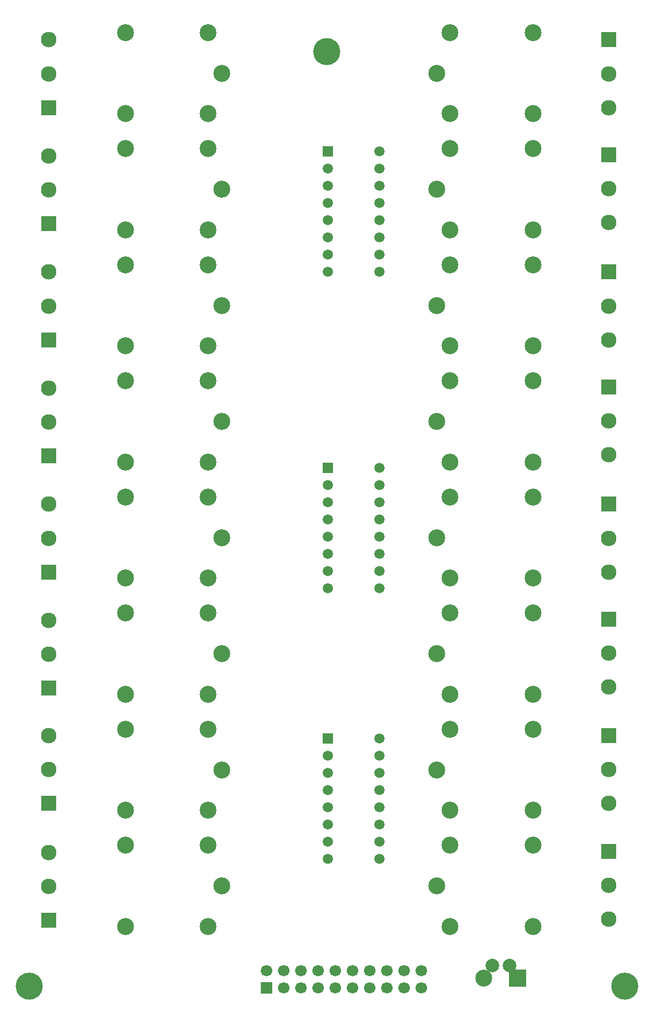
<source format=gts>
G04 DipTrace 3.0.0.1*
G04 relayboard.GTS*
%MOIN*%
G04 #@! TF.FileFunction,Soldermask,Top*
G04 #@! TF.Part,Single*
%ADD16C,0.098425*%
%ADD21R,0.090551X0.090551*%
%ADD22C,0.090551*%
%ADD23R,0.098425X0.098425*%
%ADD24C,0.098425*%
%ADD25C,0.07874*%
%ADD26C,0.066929*%
%ADD27R,0.066929X0.066929*%
%ADD28R,0.059055X0.059055*%
%ADD29C,0.059055*%
%ADD32C,0.15748*%
%FSLAX26Y26*%
G04*
G70*
G90*
G75*
G01*
G04 TopMask*
%LPD*%
D32*
X1970374Y5669291D3*
X238091Y236220D3*
X3702657D3*
D21*
X352461Y5343751D3*
D22*
Y5540601D3*
Y5737451D3*
D21*
Y4668751D3*
D22*
Y4865601D3*
Y5062451D3*
D21*
Y3993751D3*
D22*
Y4190601D3*
Y4387451D3*
D21*
Y3318751D3*
D22*
Y3515601D3*
Y3712451D3*
D21*
Y2643751D3*
D22*
Y2840601D3*
Y3037451D3*
D21*
Y1968749D3*
D22*
Y2165600D3*
Y2362450D3*
D21*
Y1300000D3*
D22*
Y1496850D3*
Y1693701D3*
D21*
Y618749D3*
D22*
Y815600D3*
Y1012450D3*
D21*
X3607972Y1018749D3*
D22*
Y821899D3*
Y625049D3*
D21*
Y1693749D3*
D22*
Y1496899D3*
Y1300049D3*
D21*
Y2368749D3*
D22*
Y2171899D3*
Y1975049D3*
D21*
Y3037500D3*
D22*
Y2840650D3*
Y2643799D3*
D21*
Y3718751D3*
D22*
Y3521900D3*
Y3325050D3*
D21*
Y4387500D3*
D22*
Y4190650D3*
Y3993799D3*
D21*
Y5068751D3*
D22*
Y4871900D3*
Y4675050D3*
D21*
Y5737500D3*
D22*
Y5540650D3*
Y5343799D3*
D23*
X3079971Y281249D3*
D24*
X2883121D3*
D25*
X3031546Y356249D3*
X2931545D3*
D26*
X2520374Y325000D3*
X2420374D3*
X2320374D3*
X2220374D3*
X2120374D3*
X2020374D3*
X1920374D3*
X1820374D3*
X1720374D3*
X1620374D3*
D27*
Y225000D3*
D26*
X1720374D3*
X1820374D3*
X1920374D3*
X2020374D3*
X2120374D3*
X2220374D3*
X2320374D3*
X2420374D3*
X2520374D3*
D16*
X1358121Y5543751D3*
X1279381Y5307530D3*
X799066D3*
Y5779971D3*
X1279381D3*
X1358121Y4868751D3*
X1279381Y4632530D3*
X799066D3*
Y5104971D3*
X1279381D3*
X1358121Y4193751D3*
X1279381Y3957530D3*
X799066D3*
Y4429971D3*
X1279381D3*
X1358121Y3518751D3*
X1279381Y3282530D3*
X799066D3*
Y3754971D3*
X1279381D3*
X1358121Y2843751D3*
X1279381Y2607530D3*
X799066D3*
Y3079971D3*
X1279381D3*
X1358121Y2168749D3*
X1279381Y1932529D3*
X799066D3*
Y2404970D3*
X1279381D3*
X1358121Y1493749D3*
X1279381Y1257529D3*
X799066D3*
Y1729970D3*
X1279381D3*
X1358121Y818749D3*
X1279381Y582529D3*
X799066D3*
Y1054970D3*
X1279381D3*
X2608119Y818749D3*
X2686860Y1054970D3*
X3167175D3*
Y582529D3*
X2686860D3*
X2608121Y1493749D3*
X2686861Y1729970D3*
X3167176D3*
Y1257529D3*
X2686861D3*
X2608119Y2168749D3*
X2686860Y2404970D3*
X3167175D3*
Y1932529D3*
X2686860D3*
X2608121Y2843751D3*
X2686861Y3079971D3*
X3167176D3*
Y2607530D3*
X2686861D3*
X2608119Y3518751D3*
X2686860Y3754971D3*
X3167175D3*
Y3282530D3*
X2686860D3*
X2608119Y4193751D3*
X2686860Y4429971D3*
X3167175D3*
Y3957530D3*
X2686860D3*
X2608121Y4868751D3*
X2686861Y5104971D3*
X3167176D3*
Y4632530D3*
X2686861D3*
X2608119Y5543749D3*
X2686860Y5779970D3*
X3167175D3*
Y5307529D3*
X2686860D3*
D28*
X1976870Y5087714D3*
D29*
Y4987714D3*
Y4887714D3*
Y4787714D3*
Y4687714D3*
Y4587714D3*
Y4487714D3*
Y4387714D3*
X2276870D3*
Y4487714D3*
Y4587714D3*
Y4687714D3*
Y4787714D3*
Y4887714D3*
Y4987714D3*
Y5087714D3*
D28*
X1976870Y3250000D3*
D29*
Y3150000D3*
Y3050000D3*
Y2950000D3*
Y2850000D3*
Y2750000D3*
Y2650000D3*
Y2550000D3*
X2276870D3*
Y2650000D3*
Y2750000D3*
Y2850000D3*
Y2950000D3*
Y3050000D3*
Y3150000D3*
Y3250000D3*
D28*
X1976870Y1675109D3*
D29*
Y1575109D3*
Y1475109D3*
Y1375109D3*
Y1275109D3*
Y1175109D3*
Y1075109D3*
Y975109D3*
X2276870D3*
Y1075109D3*
Y1175109D3*
Y1275109D3*
Y1375109D3*
Y1475109D3*
Y1575109D3*
Y1675109D3*
M02*

</source>
